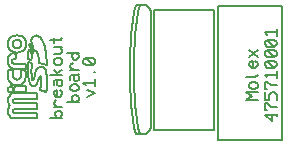
<source format=gbr>
G04 Generated by Ultiboard 14.3 *
%FSLAX34Y34*%
%MOMM*%

%ADD10C,0.0001*%
%ADD11C,0.1270*%
%ADD12C,0.1556*%
%ADD13C,0.2032*%


G04 ColorRGB FFFF00 for the following layer *
%LNsilkscreen top*%
%LPD*%
G54D10*
G54D11*
X53610Y-41402D02*
X33607Y-41402D01*
X31585Y-40879D02*
X30753Y-40272D01*
X30052Y-39477D01*
X29491Y-38526D01*
X33607Y-41402D02*
X32540Y-41266D01*
X31585Y-40879D01*
X53610Y-36613D02*
X53610Y-41402D01*
X53610Y-33068D02*
X34666Y-33068D01*
X34666Y-36613D02*
X53610Y-36613D01*
X53597Y-24918D02*
X34666Y-24918D01*
X34666Y-28464D02*
X53610Y-28464D01*
X33594Y-20130D02*
X53597Y-20130D01*
X31580Y-20653D02*
X32531Y-20266D01*
X33594Y-20130D01*
X30050Y-22054D02*
X30750Y-21260D01*
X31580Y-20653D01*
X34666Y-33068D02*
X34099Y-33177D01*
X33627Y-33507D01*
X33304Y-34061D01*
X33184Y-34840D01*
X33304Y-35614D01*
X33627Y-36168D01*
X34099Y-36502D01*
X34666Y-36613D01*
X29491Y-38526D02*
X29079Y-37451D01*
X28826Y-36282D01*
X28739Y-35052D01*
X28875Y-33865D01*
X29252Y-32720D01*
X29822Y-31670D01*
X30538Y-30766D01*
X29822Y-29860D01*
X29252Y-28806D01*
X28875Y-27661D01*
X28739Y-26480D01*
X28826Y-25250D01*
X29079Y-24081D01*
X29490Y-23005D01*
X30050Y-22054D01*
X34666Y-24918D02*
X34099Y-25028D01*
X33627Y-25358D01*
X33304Y-25912D01*
X33184Y-26691D01*
X33304Y-27470D01*
X33627Y-28024D01*
X34099Y-28354D01*
X34666Y-28464D01*
X53597Y-20130D02*
X53597Y-24918D01*
X53610Y-28464D02*
X53610Y-33068D01*
X35036Y-19032D02*
X44297Y-19032D01*
X44297Y-14388D02*
X35036Y-14388D01*
X43979Y4979D02*
X34031Y4979D01*
X33382Y561D02*
X43979Y561D01*
X36919Y-8455D02*
X37560Y-8278D01*
X38135Y-7986D01*
X38744Y-13068D02*
X37955Y-13297D01*
X37115Y-13440D01*
X36227Y-13488D01*
X28907Y18953D02*
X28707Y19764D01*
X36319Y18420D02*
X37150Y18460D01*
X37868Y18584D01*
X38473Y18802D01*
X39234Y14761D02*
X37823Y14467D01*
X36319Y14372D01*
X28707Y19764D02*
X28583Y20653D01*
X32628Y20816D02*
X32820Y20117D01*
X33134Y19555D01*
X33563Y19118D01*
X36227Y-8514D02*
X36919Y-8455D01*
X32287Y-835D02*
X32554Y-1192D01*
X32818Y-1860D01*
X32867Y-2164D01*
X28541Y-2164D02*
X28589Y-1860D01*
X28838Y-1192D01*
X29096Y-835D01*
X32867Y-2164D02*
X32867Y-4837D01*
X32933Y-5686D01*
X33124Y-6427D01*
X33427Y-7058D01*
X33832Y-7578D01*
X34326Y-7986D01*
X34898Y-8278D01*
X35535Y-8455D01*
X36227Y-8514D01*
X36227Y-13488D02*
X35343Y-13440D01*
X34506Y-13297D01*
X33719Y-13068D01*
X32983Y-12757D01*
X32299Y-12372D01*
X31667Y-11918D01*
X31090Y-11402D01*
X30568Y-10831D01*
X29696Y-9546D01*
X29061Y-8114D01*
X28672Y-6585D01*
X28541Y-5009D01*
X28541Y-2164D01*
X33290Y-16690D02*
X33246Y-16195D01*
X33119Y-15737D01*
X32915Y-15325D01*
X32643Y-14968D01*
X32310Y-14676D01*
X31923Y-14456D01*
X31488Y-14317D01*
X31014Y-14269D01*
X30544Y-14317D01*
X30112Y-14456D01*
X29725Y-14676D01*
X29391Y-14968D01*
X29117Y-15325D01*
X28912Y-15737D01*
X28784Y-16195D01*
X28739Y-16690D01*
X28783Y-17181D01*
X28910Y-17637D01*
X29114Y-18049D01*
X29386Y-18406D01*
X29719Y-18701D01*
X30106Y-18922D01*
X30541Y-19062D01*
X31014Y-19111D01*
X31484Y-19063D01*
X31917Y-18924D01*
X32304Y-18704D01*
X32638Y-18411D01*
X32912Y-18055D01*
X33117Y-17643D01*
X33245Y-17185D01*
X33290Y-16690D01*
X33766Y-16571D02*
X33821Y-17224D01*
X33965Y-17759D01*
X34168Y-18187D01*
X34401Y-18516D01*
X34838Y-18915D01*
X35036Y-19032D01*
X35036Y-14388D02*
X34832Y-14485D01*
X34396Y-14830D01*
X34164Y-15119D01*
X33963Y-15499D01*
X33820Y-15980D01*
X33766Y-16571D01*
X29519Y17554D02*
X29179Y18217D01*
X28907Y18953D01*
X33563Y19118D02*
X34102Y18797D01*
X34744Y18581D01*
X35486Y18459D01*
X36319Y18420D01*
X30684Y-220D02*
X31374Y-303D01*
X31901Y-524D01*
X32287Y-835D01*
X29096Y-835D02*
X29475Y-524D01*
X29996Y-303D01*
X30684Y-220D01*
X36319Y14372D02*
X34808Y14463D01*
X33374Y14748D01*
X32056Y15246D01*
X31452Y15582D01*
X30892Y15978D01*
X30380Y16437D01*
X29921Y16962D01*
X29519Y17554D01*
X34031Y4979D02*
X33750Y4999D01*
X33131Y5196D01*
X32801Y5426D01*
X32513Y5777D01*
X32309Y6277D01*
X32232Y6951D01*
X32268Y7556D01*
X32366Y8059D01*
X32661Y8781D01*
X32957Y9174D01*
X33091Y9292D01*
X34414Y9292D01*
X34590Y9384D01*
X34977Y9730D01*
X35183Y10032D01*
X35363Y10436D01*
X35491Y10957D01*
X35539Y11607D01*
X35492Y12251D01*
X35367Y12753D01*
X35191Y13132D01*
X34990Y13405D01*
X34612Y13696D01*
X34441Y13764D01*
X33039Y13764D01*
X32321Y13675D01*
X31586Y13455D01*
X30743Y13018D01*
X30315Y12695D01*
X29900Y12291D01*
X29513Y11797D01*
X29165Y11202D01*
X28872Y10498D01*
X28645Y9675D01*
X28500Y8725D01*
X28448Y7638D01*
X28503Y6375D01*
X28660Y5272D01*
X28903Y4318D01*
X29219Y3502D01*
X29592Y2814D01*
X30009Y2242D01*
X30455Y1777D01*
X30915Y1406D01*
X31821Y906D01*
X32611Y657D01*
X33382Y561D01*
X56203Y-17629D02*
X61190Y-19349D01*
X56907Y-7278D02*
X56957Y-8385D01*
X56880Y-10929D01*
X46850Y20643D02*
X49615Y14279D01*
X50078Y15086D02*
X47472Y22839D01*
X48371Y24955D02*
X50752Y15655D01*
X43742Y19791D02*
X43552Y18988D01*
X58387Y2112D02*
X57513Y2388D01*
X56494Y2426D01*
X55237Y5786D02*
X61468Y3577D01*
X43860Y20668D02*
X43742Y19791D01*
X38967Y19123D02*
X39349Y19556D01*
X39621Y20111D01*
X39784Y20797D01*
X56776Y-6382D02*
X56907Y-7278D01*
X56880Y-10929D02*
X56679Y-13396D01*
X52757Y-373D02*
X52336Y-1314D01*
X51697Y-3330D01*
X48667Y-4283D02*
X48601Y-1733D01*
X48645Y3037D01*
X45662Y-224D02*
X45796Y-4038D01*
X43128Y-835D02*
X43432Y-1192D01*
X43803Y-1860D01*
X43913Y-2164D01*
X42765Y-9546D02*
X41895Y-10831D01*
X41375Y-11402D01*
X40798Y-11918D01*
X51697Y-3330D02*
X51226Y-5322D01*
X50799Y-7045D01*
X50564Y-7728D01*
X50295Y-8252D01*
X49974Y-8586D01*
X49588Y-8700D01*
X49336Y-8537D01*
X49129Y-8091D01*
X48962Y-7402D01*
X48832Y-6510D01*
X48667Y-4283D01*
X45796Y-4038D02*
X45958Y-5974D01*
X46200Y-7847D01*
X46536Y-9598D01*
X46977Y-11164D01*
X47538Y-12484D01*
X47867Y-13033D01*
X48231Y-13498D01*
X48631Y-13871D01*
X49069Y-14144D01*
X49546Y-14310D01*
X50064Y-14362D01*
X50842Y-14250D01*
X51530Y-13959D01*
X52134Y-13513D01*
X52664Y-12938D01*
X53128Y-12262D01*
X53534Y-11509D01*
X54205Y-9880D01*
X55210Y-6857D01*
X55675Y-5880D01*
X55927Y-5617D01*
X56203Y-5538D01*
X56390Y-5607D01*
X56547Y-5777D01*
X56776Y-6382D01*
X56679Y-13396D02*
X56203Y-17629D01*
X43913Y-2164D02*
X43913Y-5009D01*
X43782Y-6585D01*
X43397Y-8114D01*
X42765Y-9546D01*
X44297Y-19032D02*
X44297Y-14388D01*
X40601Y-524D02*
X41066Y-303D01*
X41651Y-220D01*
X42245Y-303D01*
X43552Y18988D02*
X43292Y18257D01*
X42968Y17595D01*
X42141Y16475D02*
X41647Y16013D01*
X41106Y15612D01*
X40520Y15271D01*
X56494Y2426D02*
X55477Y2222D01*
X54611Y1810D01*
X53879Y1219D01*
X53266Y481D01*
X52757Y-373D01*
X48645Y3037D02*
X48715Y5204D01*
X45844Y6355D01*
X45694Y3105D01*
X45662Y-224D01*
X46228Y17084D02*
X45912Y13501D01*
X45839Y11419D01*
X45844Y9133D01*
X48609Y8154D01*
X48700Y9788D01*
X48845Y11127D01*
X49099Y12573D01*
X46228Y17084D01*
X49615Y14279D02*
X50078Y15086D01*
X50752Y15655D02*
X51295Y15788D01*
X51763Y15741D01*
X52192Y15603D01*
X52584Y15377D01*
X52941Y15066D01*
X53557Y14200D01*
X54056Y13029D01*
X54455Y11579D01*
X54770Y9872D01*
X55016Y7933D01*
X55211Y5786D01*
X55237Y5786D01*
X42245Y-303D02*
X42735Y-524D01*
X43128Y-835D01*
X42968Y17595D02*
X42583Y17002D01*
X42141Y16475D01*
X43979Y561D02*
X43979Y4979D01*
X39613Y-2164D02*
X39688Y-1860D01*
X39982Y-1192D01*
X40245Y-835D01*
X38135Y-7986D02*
X38634Y-7578D01*
X39044Y-7058D01*
X39352Y-6427D01*
X39546Y-5686D01*
X39613Y-4837D01*
X39613Y-2164D01*
X40798Y-11918D02*
X40167Y-12372D01*
X39482Y-12757D01*
X38744Y-13068D01*
X38473Y18802D02*
X38967Y19123D01*
X40245Y-835D02*
X40601Y-524D01*
X40520Y15271D02*
X39234Y14761D01*
X59746Y19211D02*
X59120Y21313D01*
X61180Y-2958D02*
X60951Y-1846D01*
X60641Y-804D01*
X61190Y-19349D02*
X61336Y-16326D01*
X61481Y-11001D01*
X61524Y-7542D01*
X61445Y-5279D01*
X61180Y-2958D01*
X60251Y17031D02*
X59746Y19211D01*
X60641Y-804D02*
X60242Y141D01*
X59740Y961D01*
X59125Y1627D01*
X58387Y2112D01*
X61468Y3577D02*
X61469Y4515D01*
X61402Y7015D01*
X61163Y10611D01*
X60946Y12672D01*
X60646Y14832D01*
X60251Y17031D01*
X36306Y28845D02*
X37810Y28754D01*
X39223Y28470D01*
X38491Y24396D02*
X37885Y24604D01*
X37162Y24720D01*
X36319Y24757D01*
X28541Y21622D02*
X28583Y22590D01*
X28707Y23478D01*
X28907Y24288D01*
X29179Y25022D01*
X29518Y25683D01*
X29920Y26273D01*
X30379Y26796D01*
X30890Y27252D01*
X31450Y27646D01*
X32053Y27979D01*
X33368Y28473D01*
X34799Y28755D01*
X36306Y28845D01*
X28583Y20653D02*
X28541Y21622D01*
X36319Y24757D02*
X35470Y24721D01*
X34722Y24604D01*
X34078Y24398D01*
X33543Y24092D01*
X33120Y23676D01*
X32813Y23138D01*
X32625Y22470D01*
X32562Y21661D01*
X32628Y20816D01*
X58359Y23278D02*
X57450Y25049D01*
X56936Y25843D01*
X56380Y26566D01*
X40511Y27972D02*
X41098Y27637D01*
X41641Y27242D01*
X42136Y26785D01*
X47472Y22839D02*
X46850Y20643D01*
X56380Y26566D02*
X55780Y27212D01*
X55135Y27772D01*
X54443Y28239D01*
X53702Y28607D01*
X53129Y28784D01*
X52585Y28845D01*
X52070Y28803D01*
X51586Y28671D01*
X50711Y28190D01*
X49965Y27510D01*
X49353Y26740D01*
X48880Y25985D01*
X48371Y24955D01*
X42136Y26785D02*
X42578Y26262D01*
X42964Y25671D01*
X43290Y25011D01*
X43550Y24278D01*
X43742Y23470D01*
X43859Y22586D01*
X43900Y21622D01*
X43860Y20668D01*
X39223Y28470D02*
X40511Y27972D01*
X39838Y21622D02*
X39786Y22444D01*
X39627Y23122D01*
X39360Y23666D01*
X38982Y24087D01*
X38491Y24396D01*
X39784Y20797D02*
X39838Y21622D01*
X59120Y21313D02*
X58359Y23278D01*
G54D12*
X72500Y-40914D02*
X74500Y-38923D01*
X74500Y-36932D01*
X72500Y-34941D01*
X70500Y-34941D01*
X68500Y-36932D01*
X68500Y-38923D01*
X70500Y-40914D01*
X64500Y-40914D02*
X74500Y-40914D01*
X70500Y-31954D02*
X67500Y-28968D01*
X67500Y-27972D01*
X69500Y-25981D01*
X74500Y-31954D02*
X67500Y-31954D01*
X72500Y-17021D02*
X74500Y-19012D01*
X74500Y-21003D01*
X72500Y-22994D01*
X69500Y-22994D01*
X67500Y-21003D01*
X67500Y-19012D01*
X69500Y-17021D01*
X70500Y-18017D01*
X70500Y-22994D01*
X67500Y-13039D02*
X67500Y-10052D01*
X68500Y-9057D01*
X73500Y-9057D01*
X74500Y-10052D01*
X74500Y-13039D01*
X73500Y-14034D01*
X71500Y-14034D01*
X70500Y-13039D01*
X70500Y-9057D01*
X73500Y-9057D02*
X74500Y-8061D01*
X70500Y-5074D02*
X70500Y-3083D01*
X67500Y-97D01*
X70500Y-3083D02*
X74500Y-97D01*
X74500Y-5074D02*
X64500Y-5074D01*
X72500Y3886D02*
X74500Y5877D01*
X74500Y7868D01*
X72500Y9859D01*
X69500Y9859D01*
X67500Y7868D01*
X67500Y5877D01*
X69500Y3886D01*
X72500Y3886D01*
X67500Y12846D02*
X72500Y12846D01*
X74500Y14837D01*
X74500Y16828D01*
X72500Y18819D01*
X67500Y18819D01*
X72500Y18819D02*
X74500Y18819D01*
X73500Y26783D02*
X74500Y25788D01*
X73500Y24792D01*
X64500Y24792D01*
X67500Y22801D02*
X67500Y26783D01*
X86500Y-27474D02*
X88500Y-25483D01*
X88500Y-23492D01*
X86500Y-21501D01*
X84500Y-21501D01*
X82500Y-23492D01*
X82500Y-25483D01*
X84500Y-27474D01*
X78500Y-27474D02*
X88500Y-27474D01*
X86500Y-18514D02*
X88500Y-16523D01*
X88500Y-14532D01*
X86500Y-12541D01*
X83500Y-12541D01*
X81500Y-14532D01*
X81500Y-16523D01*
X83500Y-18514D01*
X86500Y-18514D01*
X81500Y-8559D02*
X81500Y-5572D01*
X82500Y-4577D01*
X87500Y-4577D01*
X88500Y-5572D01*
X88500Y-8559D01*
X87500Y-9554D01*
X85500Y-9554D01*
X84500Y-8559D01*
X84500Y-4577D01*
X87500Y-4577D02*
X88500Y-3581D01*
X84500Y-594D02*
X81500Y2392D01*
X81500Y3388D01*
X83500Y5379D01*
X88500Y-594D02*
X81500Y-594D01*
X86500Y14339D02*
X88500Y12348D01*
X88500Y10357D01*
X86500Y8366D01*
X84500Y8366D01*
X82500Y10357D01*
X82500Y12348D01*
X84500Y14339D01*
X78500Y14339D02*
X88500Y14339D01*
X95500Y-22994D02*
X102500Y-20008D01*
X95500Y-17021D01*
X94500Y-13039D02*
X92500Y-11048D01*
X102500Y-11048D01*
X102500Y-14034D02*
X102500Y-8061D01*
X102500Y-2088D02*
X101500Y-2088D01*
X94500Y3886D02*
X92500Y5877D01*
X92500Y7868D01*
X94500Y9859D01*
X100500Y9859D01*
X102500Y7868D01*
X102500Y5877D01*
X100500Y3886D01*
X94500Y3886D01*
X94500Y9859D02*
X100500Y3886D01*
X252110Y-37351D02*
X252110Y-43324D01*
X246110Y-38347D01*
X256110Y-38347D01*
X256110Y-39342D02*
X256110Y-37351D01*
X256110Y-31378D02*
X251110Y-31378D01*
X248110Y-28391D01*
X246110Y-28391D01*
X246110Y-34364D01*
X248110Y-34364D01*
X246110Y-19431D02*
X246110Y-25404D01*
X250110Y-25404D01*
X250110Y-21422D01*
X252110Y-19431D01*
X254110Y-19431D01*
X256110Y-21422D01*
X256110Y-25404D01*
X256110Y-13458D02*
X251110Y-13458D01*
X248110Y-10471D01*
X246110Y-10471D01*
X246110Y-16444D01*
X248110Y-16444D01*
X248110Y-6489D02*
X246110Y-4498D01*
X256110Y-4498D01*
X256110Y-7484D02*
X256110Y-1511D01*
X248110Y1476D02*
X246110Y3467D01*
X246110Y5458D01*
X248110Y7449D01*
X254110Y7449D01*
X256110Y5458D01*
X256110Y3467D01*
X254110Y1476D01*
X248110Y1476D01*
X248110Y7449D02*
X254110Y1476D01*
X248110Y10436D02*
X246110Y12427D01*
X246110Y14418D01*
X248110Y16409D01*
X254110Y16409D01*
X256110Y14418D01*
X256110Y12427D01*
X254110Y10436D01*
X248110Y10436D01*
X248110Y16409D02*
X254110Y10436D01*
X248110Y19396D02*
X246110Y21387D01*
X246110Y23378D01*
X248110Y25369D01*
X254110Y25369D01*
X256110Y23378D01*
X256110Y21387D01*
X254110Y19396D01*
X248110Y19396D01*
X248110Y25369D02*
X254110Y19396D01*
X248110Y29351D02*
X246110Y31342D01*
X256110Y31342D01*
X256110Y28356D02*
X256110Y34329D01*
X240000Y-25404D02*
X230000Y-25404D01*
X235000Y-22418D01*
X230000Y-19431D01*
X240000Y-19431D01*
X238000Y-16444D02*
X240000Y-14453D01*
X240000Y-12462D01*
X238000Y-10471D01*
X235000Y-10471D01*
X233000Y-12462D01*
X233000Y-14453D01*
X235000Y-16444D01*
X238000Y-16444D01*
X230000Y-6489D02*
X238000Y-6489D01*
X240000Y-4498D01*
X238000Y7449D02*
X240000Y5458D01*
X240000Y3467D01*
X238000Y1476D01*
X235000Y1476D01*
X233000Y3467D01*
X233000Y5458D01*
X235000Y7449D01*
X236000Y6453D01*
X236000Y1476D01*
X240000Y10436D02*
X233000Y16409D01*
X233000Y10436D02*
X240000Y16409D01*
G54D13*
X136700Y-55000D02*
X142000Y-55000D01*
X150000Y47000D02*
X150000Y-47000D01*
X136700Y55000D02*
X142000Y55000D01*
X136700Y55000D02*
X135570Y48556D01*
X134582Y42089D01*
X133734Y35601D01*
X133028Y29097D01*
X132465Y22579D01*
X132043Y16050D01*
X131764Y9514D01*
X131628Y2973D01*
X131635Y-3569D01*
X131784Y-10110D01*
X132076Y-16646D01*
X132510Y-23174D01*
X133087Y-29691D01*
X133805Y-36194D01*
X134666Y-42679D01*
X135668Y-49144D01*
X136700Y-55000D01*
X140100Y55000D02*
X138970Y48554D01*
X137982Y42084D01*
X137134Y35595D01*
X136429Y29088D01*
X135865Y22568D01*
X135444Y16037D01*
X135165Y9499D01*
X135030Y2956D01*
X135036Y-3589D01*
X135186Y-10132D01*
X135479Y-16670D01*
X135913Y-23200D01*
X136491Y-29719D01*
X137210Y-36224D01*
X138071Y-42711D01*
X139074Y-49179D01*
X140100Y-55000D01*
X142000Y-55000D02*
X142697Y-54970D01*
X143389Y-54878D01*
X144071Y-54727D01*
X144736Y-54518D01*
X145381Y-54250D01*
X146000Y-53928D01*
X146589Y-53553D01*
X147142Y-53128D01*
X147657Y-52657D01*
X148128Y-52142D01*
X148553Y-51589D01*
X148928Y-51000D01*
X149250Y-50381D01*
X149518Y-49736D01*
X149727Y-49071D01*
X149878Y-48389D01*
X149970Y-47697D01*
X150000Y-47000D01*
X150000Y47000D02*
X149970Y47697D01*
X149878Y48389D01*
X149727Y49071D01*
X149518Y49736D01*
X149250Y50381D01*
X148928Y51000D01*
X148553Y51589D01*
X148128Y52142D01*
X147657Y52657D01*
X147142Y53128D01*
X146589Y53553D01*
X146000Y53928D01*
X145381Y54250D01*
X144736Y54518D01*
X144071Y54727D01*
X143389Y54878D01*
X142697Y54970D01*
X142000Y55000D01*
X152400Y50800D02*
X203200Y50800D01*
X152400Y-50800D02*
X152400Y50800D01*
X203200Y-50800D02*
X152400Y-50800D01*
X203200Y-50800D02*
X203200Y50800D01*
X260840Y-59975D02*
X260840Y54025D01*
X206340Y54025D02*
X206340Y-59975D01*
X260840Y-59975D01*
X260840Y54025D02*
X206340Y54025D01*

M02*

</source>
